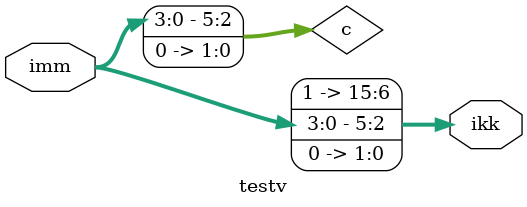
<source format=v>
`timescale 1ns / 1ps


module testv(input [3:0]imm,
             output [15:0]ikk);
wire [5:0]c = imm<<2;
assign ikk  = {{10'b1111111111},c};
endmodule

</source>
